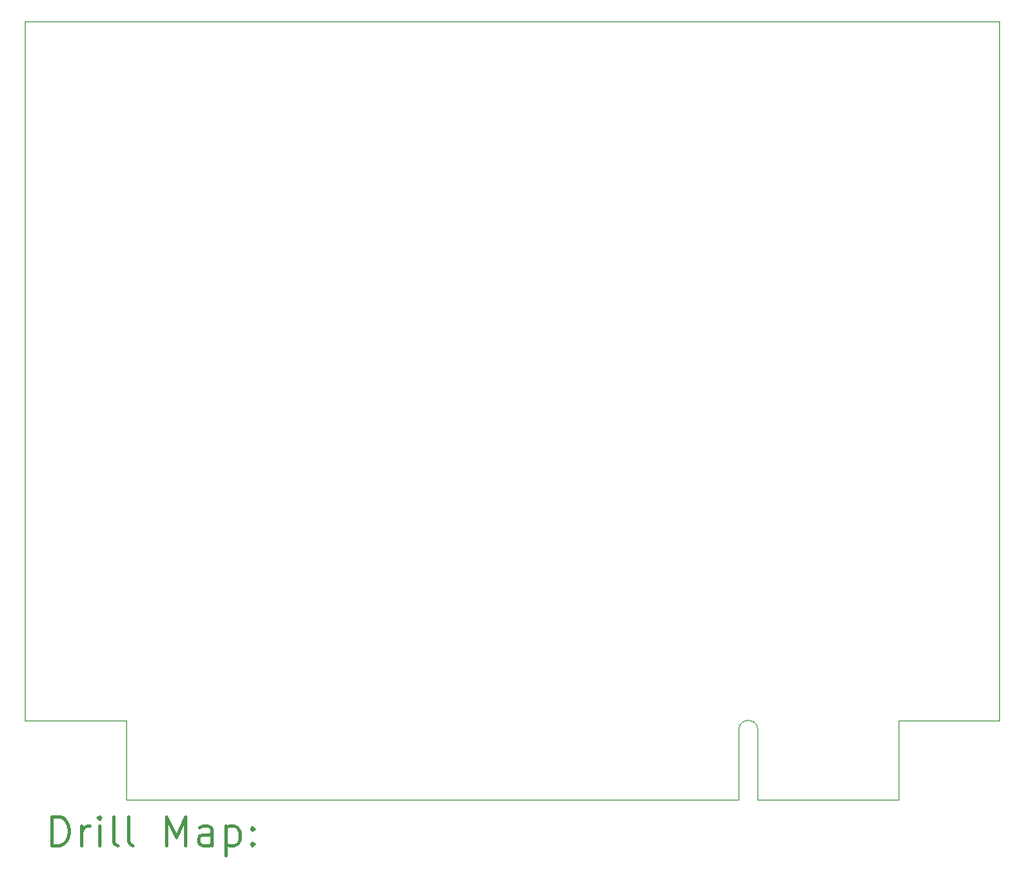
<source format=gbr>
%FSLAX45Y45*%
G04 Gerber Fmt 4.5, Leading zero omitted, Abs format (unit mm)*
G04 Created by KiCad (PCBNEW (5.1.8)-1) date 2022-01-11 15:51:55*
%MOMM*%
%LPD*%
G01*
G04 APERTURE LIST*
%TA.AperFunction,Profile*%
%ADD10C,0.100000*%
%TD*%
%ADD11C,0.200000*%
%ADD12C,0.300000*%
G04 APERTURE END LIST*
D10*
X19015000Y-11360000D02*
G75*
G02*
X19210000Y-11360000I97500J0D01*
G01*
X19210000Y-12080000D02*
X19210000Y-11360000D01*
X19015000Y-12080000D02*
X19015000Y-11360000D01*
X20651000Y-12080000D02*
X20651000Y-11263000D01*
X12726000Y-12080000D02*
X12726000Y-11263000D01*
X20651000Y-12080000D02*
X19210000Y-12080000D01*
X19015000Y-12080000D02*
X12726000Y-12080000D01*
X12726000Y-11263000D02*
X11689000Y-11263000D01*
X11690000Y-4080000D02*
X21690000Y-4080000D01*
X11689000Y-11263000D02*
X11690000Y-4080000D01*
X21688000Y-11263000D02*
X20651000Y-11263000D01*
X21690000Y-4080000D02*
X21688000Y-11263000D01*
D11*
D12*
X11970428Y-12550714D02*
X11970428Y-12250714D01*
X12041857Y-12250714D01*
X12084714Y-12265000D01*
X12113286Y-12293571D01*
X12127571Y-12322143D01*
X12141857Y-12379286D01*
X12141857Y-12422143D01*
X12127571Y-12479286D01*
X12113286Y-12507857D01*
X12084714Y-12536429D01*
X12041857Y-12550714D01*
X11970428Y-12550714D01*
X12270428Y-12550714D02*
X12270428Y-12350714D01*
X12270428Y-12407857D02*
X12284714Y-12379286D01*
X12299000Y-12365000D01*
X12327571Y-12350714D01*
X12356143Y-12350714D01*
X12456143Y-12550714D02*
X12456143Y-12350714D01*
X12456143Y-12250714D02*
X12441857Y-12265000D01*
X12456143Y-12279286D01*
X12470428Y-12265000D01*
X12456143Y-12250714D01*
X12456143Y-12279286D01*
X12641857Y-12550714D02*
X12613286Y-12536429D01*
X12599000Y-12507857D01*
X12599000Y-12250714D01*
X12799000Y-12550714D02*
X12770428Y-12536429D01*
X12756143Y-12507857D01*
X12756143Y-12250714D01*
X13141857Y-12550714D02*
X13141857Y-12250714D01*
X13241857Y-12465000D01*
X13341857Y-12250714D01*
X13341857Y-12550714D01*
X13613286Y-12550714D02*
X13613286Y-12393571D01*
X13599000Y-12365000D01*
X13570428Y-12350714D01*
X13513286Y-12350714D01*
X13484714Y-12365000D01*
X13613286Y-12536429D02*
X13584714Y-12550714D01*
X13513286Y-12550714D01*
X13484714Y-12536429D01*
X13470428Y-12507857D01*
X13470428Y-12479286D01*
X13484714Y-12450714D01*
X13513286Y-12436429D01*
X13584714Y-12436429D01*
X13613286Y-12422143D01*
X13756143Y-12350714D02*
X13756143Y-12650714D01*
X13756143Y-12365000D02*
X13784714Y-12350714D01*
X13841857Y-12350714D01*
X13870428Y-12365000D01*
X13884714Y-12379286D01*
X13899000Y-12407857D01*
X13899000Y-12493571D01*
X13884714Y-12522143D01*
X13870428Y-12536429D01*
X13841857Y-12550714D01*
X13784714Y-12550714D01*
X13756143Y-12536429D01*
X14027571Y-12522143D02*
X14041857Y-12536429D01*
X14027571Y-12550714D01*
X14013286Y-12536429D01*
X14027571Y-12522143D01*
X14027571Y-12550714D01*
X14027571Y-12365000D02*
X14041857Y-12379286D01*
X14027571Y-12393571D01*
X14013286Y-12379286D01*
X14027571Y-12365000D01*
X14027571Y-12393571D01*
M02*

</source>
